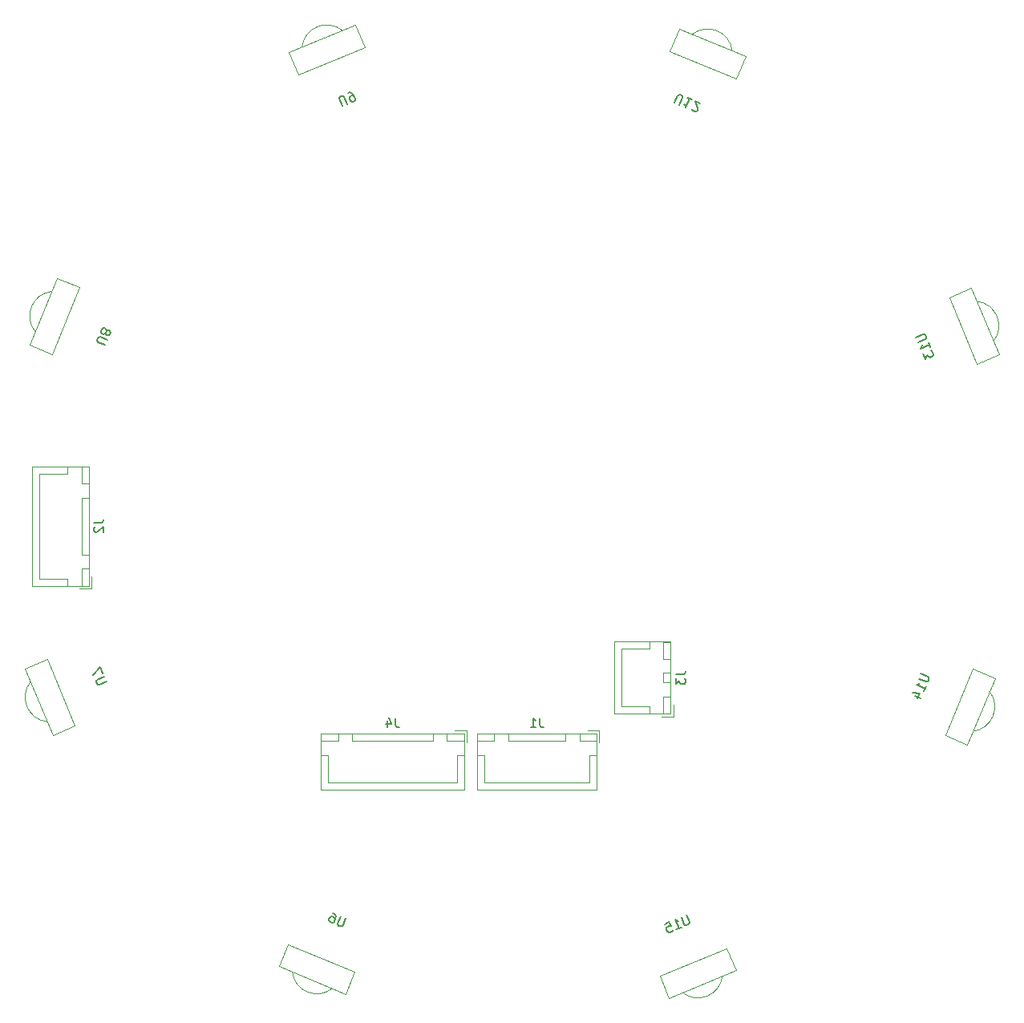
<source format=gbr>
G04 #@! TF.GenerationSoftware,KiCad,Pcbnew,(6.0.5)*
G04 #@! TF.CreationDate,2022-07-03T20:58:49+09:00*
G04 #@! TF.ProjectId,main board,6d61696e-2062-46f6-9172-642e6b696361,rev?*
G04 #@! TF.SameCoordinates,Original*
G04 #@! TF.FileFunction,Legend,Bot*
G04 #@! TF.FilePolarity,Positive*
%FSLAX46Y46*%
G04 Gerber Fmt 4.6, Leading zero omitted, Abs format (unit mm)*
G04 Created by KiCad (PCBNEW (6.0.5)) date 2022-07-03 20:58:49*
%MOMM*%
%LPD*%
G01*
G04 APERTURE LIST*
%ADD10C,0.150000*%
%ADD11C,0.120000*%
G04 APERTURE END LIST*
D10*
X143670941Y-98929615D02*
X144418843Y-98619824D01*
X144525055Y-98627372D01*
X144587272Y-98653144D01*
X144667713Y-98722909D01*
X144740605Y-98898886D01*
X144733056Y-99005098D01*
X144707285Y-99067315D01*
X144637520Y-99147755D01*
X143889617Y-99457547D01*
X145196180Y-99998743D02*
X144977504Y-99470811D01*
X145086842Y-99734777D02*
X144162962Y-100117461D01*
X144258499Y-99974803D01*
X144310042Y-99850368D01*
X144317590Y-99744157D01*
X144399862Y-100689386D02*
X144636761Y-101261311D01*
X144861154Y-100807567D01*
X144915823Y-100939550D01*
X144996263Y-101009316D01*
X145058481Y-101035087D01*
X145164692Y-101042635D01*
X145384664Y-100951520D01*
X145454429Y-100871080D01*
X145480200Y-100808862D01*
X145487748Y-100702651D01*
X145378410Y-100438685D01*
X145297970Y-100368920D01*
X145235753Y-100343149D01*
X144189933Y-134461217D02*
X144937835Y-134771008D01*
X145007601Y-134851449D01*
X145033372Y-134913666D01*
X145040920Y-135019877D01*
X144968028Y-135195854D01*
X144887588Y-135265620D01*
X144825371Y-135291391D01*
X144719159Y-135298939D01*
X143971257Y-134989148D01*
X144512453Y-136295711D02*
X144731129Y-135767780D01*
X144621791Y-136031745D02*
X143697911Y-135649062D01*
X143866340Y-135615743D01*
X143990775Y-135564200D01*
X144071215Y-135494435D01*
X143568519Y-136832485D02*
X144184438Y-137087608D01*
X143307680Y-136466730D02*
X144058709Y-136520104D01*
X143821810Y-137092029D01*
X83460734Y-160289598D02*
X83150943Y-161037500D01*
X83070503Y-161107266D01*
X83008286Y-161133037D01*
X82902074Y-161140585D01*
X82726097Y-161067693D01*
X82656331Y-160987253D01*
X82630560Y-160925036D01*
X82623012Y-160818824D01*
X82932803Y-160070922D01*
X82096912Y-159724684D02*
X82272889Y-159797576D01*
X82342655Y-159878017D01*
X82368426Y-159940234D01*
X82401746Y-160108663D01*
X82372848Y-160302863D01*
X82227064Y-160654817D01*
X82146623Y-160724582D01*
X82084406Y-160750354D01*
X81978194Y-160757902D01*
X81802217Y-160685010D01*
X81732452Y-160604569D01*
X81706681Y-160542352D01*
X81699132Y-160436141D01*
X81790248Y-160216169D01*
X81870688Y-160146404D01*
X81932905Y-160120633D01*
X82039117Y-160113084D01*
X82215094Y-160185976D01*
X82284859Y-160266417D01*
X82310630Y-160328634D01*
X82318179Y-160434846D01*
X58072296Y-99742629D02*
X57324394Y-99432838D01*
X57254628Y-99352398D01*
X57228857Y-99290181D01*
X57221309Y-99183969D01*
X57294201Y-99007992D01*
X57374641Y-98938226D01*
X57436858Y-98912455D01*
X57543070Y-98904907D01*
X58290972Y-99214698D01*
X58131923Y-98478766D02*
X58139472Y-98584977D01*
X58165243Y-98647195D01*
X58235008Y-98727635D01*
X58279003Y-98745858D01*
X58385214Y-98738310D01*
X58447431Y-98712538D01*
X58527872Y-98642773D01*
X58600764Y-98466796D01*
X58593216Y-98360584D01*
X58567444Y-98298367D01*
X58497679Y-98217927D01*
X58453685Y-98199704D01*
X58347473Y-98207252D01*
X58285256Y-98233023D01*
X58204815Y-98302789D01*
X58131923Y-98478766D01*
X58051483Y-98548531D01*
X57989266Y-98574302D01*
X57883054Y-98581851D01*
X57707077Y-98508959D01*
X57637312Y-98428518D01*
X57611540Y-98366301D01*
X57603992Y-98260089D01*
X57676884Y-98084112D01*
X57757325Y-98014347D01*
X57819542Y-97988576D01*
X57925753Y-97981027D01*
X58101730Y-98053919D01*
X58171496Y-98134360D01*
X58197267Y-98196577D01*
X58204815Y-98302789D01*
X88725333Y-139141380D02*
X88725333Y-139855666D01*
X88772952Y-139998523D01*
X88868190Y-140093761D01*
X89011047Y-140141380D01*
X89106285Y-140141380D01*
X87820571Y-139474714D02*
X87820571Y-140141380D01*
X88058666Y-139093761D02*
X88296761Y-139808047D01*
X87677714Y-139808047D01*
X119432279Y-159952837D02*
X119742070Y-160700739D01*
X119734522Y-160806951D01*
X119708750Y-160869168D01*
X119638985Y-160949609D01*
X119463008Y-161022501D01*
X119356796Y-161014952D01*
X119294579Y-160989181D01*
X119214139Y-160919416D01*
X118904347Y-160171513D01*
X118363151Y-161478076D02*
X118891083Y-161259400D01*
X118627117Y-161368738D02*
X118244433Y-160444858D01*
X118387091Y-160540395D01*
X118511526Y-160591938D01*
X118617737Y-160599486D01*
X117144577Y-160900434D02*
X117584520Y-160718204D01*
X117810744Y-161139923D01*
X117748527Y-161114152D01*
X117642315Y-161106604D01*
X117422344Y-161197719D01*
X117352578Y-161278159D01*
X117326807Y-161340377D01*
X117319259Y-161446588D01*
X117410374Y-161666560D01*
X117490814Y-161736325D01*
X117553032Y-161762096D01*
X117659243Y-161769644D01*
X117879214Y-161678529D01*
X117948980Y-161598089D01*
X117974751Y-161535872D01*
X118179322Y-74171961D02*
X118489113Y-73424059D01*
X118569554Y-73354293D01*
X118631771Y-73328522D01*
X118737982Y-73320974D01*
X118913959Y-73393866D01*
X118983725Y-73474306D01*
X119009496Y-73536523D01*
X119017044Y-73642735D01*
X118707253Y-74390637D01*
X120013816Y-73849441D02*
X119485885Y-73630765D01*
X119749850Y-73740103D02*
X119367167Y-74663983D01*
X119333848Y-74495554D01*
X119282305Y-74371119D01*
X119212540Y-74290679D01*
X120019533Y-74831116D02*
X120045304Y-74893334D01*
X120115070Y-74973774D01*
X120335041Y-75064889D01*
X120441252Y-75057341D01*
X120503470Y-75031570D01*
X120583910Y-74961804D01*
X120620356Y-74873816D01*
X120631031Y-74723610D01*
X120321776Y-73977002D01*
X120893701Y-74213902D01*
X83087663Y-74508722D02*
X82777872Y-73760819D01*
X82785420Y-73654608D01*
X82811191Y-73592391D01*
X82880957Y-73511950D01*
X83056934Y-73439058D01*
X83163145Y-73446606D01*
X83225363Y-73472378D01*
X83305803Y-73542143D01*
X83615594Y-74290046D01*
X83716848Y-73165713D02*
X83892825Y-73092821D01*
X83999036Y-73100369D01*
X84061254Y-73126140D01*
X84203911Y-73221677D01*
X84320797Y-73379431D01*
X84466582Y-73731385D01*
X84459033Y-73837597D01*
X84433262Y-73899814D01*
X84363497Y-73980254D01*
X84187520Y-74053146D01*
X84081308Y-74045598D01*
X84019091Y-74019827D01*
X83938650Y-73950061D01*
X83847535Y-73730090D01*
X83855084Y-73623879D01*
X83880855Y-73561661D01*
X83950620Y-73481221D01*
X84126597Y-73408329D01*
X84232809Y-73415877D01*
X84295026Y-73441648D01*
X84375467Y-73511414D01*
X103965333Y-139141380D02*
X103965333Y-139855666D01*
X104012952Y-139998523D01*
X104108190Y-140093761D01*
X104251047Y-140141380D01*
X104346285Y-140141380D01*
X102965333Y-140141380D02*
X103536761Y-140141380D01*
X103251047Y-140141380D02*
X103251047Y-139141380D01*
X103346285Y-139284238D01*
X103441523Y-139379476D01*
X103536761Y-139427095D01*
X118318380Y-134560666D02*
X119032666Y-134560666D01*
X119175523Y-134513047D01*
X119270761Y-134417809D01*
X119318380Y-134274952D01*
X119318380Y-134179714D01*
X118318380Y-134941619D02*
X118318380Y-135560666D01*
X118699333Y-135227333D01*
X118699333Y-135370190D01*
X118746952Y-135465428D01*
X118794571Y-135513047D01*
X118889809Y-135560666D01*
X119127904Y-135560666D01*
X119223142Y-135513047D01*
X119270761Y-135465428D01*
X119318380Y-135370190D01*
X119318380Y-135084476D01*
X119270761Y-134989238D01*
X119223142Y-134941619D01*
X58173746Y-135296218D02*
X57425843Y-135606009D01*
X57319632Y-135598461D01*
X57257415Y-135572690D01*
X57176974Y-135502924D01*
X57104082Y-135326947D01*
X57111630Y-135220736D01*
X57137402Y-135158518D01*
X57207167Y-135078078D01*
X57955070Y-134768287D01*
X57809285Y-134416333D02*
X57554163Y-133800413D01*
X56794291Y-134579045D01*
X56867380Y-118538666D02*
X57581666Y-118538666D01*
X57724523Y-118491047D01*
X57819761Y-118395809D01*
X57867380Y-118252952D01*
X57867380Y-118157714D01*
X56962619Y-118967238D02*
X56915000Y-119014857D01*
X56867380Y-119110095D01*
X56867380Y-119348190D01*
X56915000Y-119443428D01*
X56962619Y-119491047D01*
X57057857Y-119538666D01*
X57153095Y-119538666D01*
X57295952Y-119491047D01*
X57867380Y-118919619D01*
X57867380Y-119538666D01*
D11*
X147174571Y-94694555D02*
X150090619Y-101734517D01*
X150090619Y-101734517D02*
X152437273Y-100762501D01*
X152437273Y-100762501D02*
X149521225Y-93722539D01*
X149521225Y-93722539D02*
X147174571Y-94694555D01*
X151854063Y-99354509D02*
G75*
G03*
X150104435Y-95130532I-2048141J1625981D01*
G01*
X149662014Y-133944018D02*
X146745966Y-140983980D01*
X146745966Y-140983980D02*
X149092620Y-141955996D01*
X149092620Y-141955996D02*
X152008668Y-134916034D01*
X152008668Y-134916034D02*
X149662014Y-133944018D01*
X149675830Y-140548003D02*
G75*
G03*
X151425458Y-136324026I-298513J2597996D01*
G01*
X84417877Y-165943909D02*
X77377915Y-163027861D01*
X77377915Y-163027861D02*
X76405899Y-165374515D01*
X76405899Y-165374515D02*
X83445861Y-168290563D01*
X83445861Y-168290563D02*
X84417877Y-165943909D01*
X77813892Y-165957725D02*
G75*
G03*
X82037869Y-167707353I2597996J298513D01*
G01*
X52417986Y-100699772D02*
X55334034Y-93659810D01*
X55334034Y-93659810D02*
X52987380Y-92687794D01*
X52987380Y-92687794D02*
X50071332Y-99727756D01*
X50071332Y-99727756D02*
X52417986Y-100699772D01*
X52404170Y-94095787D02*
G75*
G03*
X50654542Y-98319764I298513J-2597996D01*
G01*
X95942000Y-143039000D02*
X95192000Y-143039000D01*
X92642000Y-141539000D02*
X84142000Y-141539000D01*
X84142000Y-141539000D02*
X84142000Y-140789000D01*
X92642000Y-140789000D02*
X92642000Y-141539000D01*
X95952000Y-140779000D02*
X95952000Y-146749000D01*
X84142000Y-140789000D02*
X92642000Y-140789000D01*
X94142000Y-141539000D02*
X94142000Y-140789000D01*
X80842000Y-140789000D02*
X82642000Y-140789000D01*
X80832000Y-146749000D02*
X80832000Y-140779000D01*
X82642000Y-141539000D02*
X80842000Y-141539000D01*
X95942000Y-140789000D02*
X95942000Y-141539000D01*
X80842000Y-143039000D02*
X81592000Y-143039000D01*
X81592000Y-145989000D02*
X88392000Y-145989000D01*
X94142000Y-140789000D02*
X95942000Y-140789000D01*
X96242000Y-140489000D02*
X96242000Y-141739000D01*
X94992000Y-140489000D02*
X96242000Y-140489000D01*
X82642000Y-140789000D02*
X82642000Y-141539000D01*
X80842000Y-141539000D02*
X80842000Y-140789000D01*
X95192000Y-143039000D02*
X95192000Y-145989000D01*
X80832000Y-140779000D02*
X95952000Y-140779000D01*
X95192000Y-145989000D02*
X88392000Y-145989000D01*
X81592000Y-143039000D02*
X81592000Y-145989000D01*
X95942000Y-141539000D02*
X94142000Y-141539000D01*
X95952000Y-146749000D02*
X80832000Y-146749000D01*
X123667340Y-163456467D02*
X116627378Y-166372515D01*
X116627378Y-166372515D02*
X117599394Y-168719169D01*
X117599394Y-168719169D02*
X124639356Y-165803121D01*
X124639356Y-165803121D02*
X123667340Y-163456467D01*
X119007386Y-168135959D02*
G75*
G03*
X123231363Y-166386331I1625981J2048141D01*
G01*
X117662123Y-68699881D02*
X124702085Y-71615929D01*
X124702085Y-71615929D02*
X125674101Y-69269275D01*
X125674101Y-69269275D02*
X118634139Y-66353227D01*
X118634139Y-66353227D02*
X117662123Y-68699881D01*
X124266108Y-68686065D02*
G75*
G03*
X120042131Y-66936437I-2597996J-298513D01*
G01*
X78412660Y-71187323D02*
X85452622Y-68271275D01*
X85452622Y-68271275D02*
X84480606Y-65924621D01*
X84480606Y-65924621D02*
X77440644Y-68840669D01*
X77440644Y-68840669D02*
X78412660Y-71187323D01*
X83072614Y-66507831D02*
G75*
G03*
X78848637Y-68257459I-1625981J-2048141D01*
G01*
X109182000Y-143039000D02*
X109182000Y-145989000D01*
X98082000Y-145989000D02*
X103632000Y-145989000D01*
X108132000Y-141539000D02*
X108132000Y-140789000D01*
X100632000Y-140789000D02*
X106632000Y-140789000D01*
X97332000Y-141539000D02*
X97332000Y-140789000D01*
X98082000Y-143039000D02*
X98082000Y-145989000D01*
X108132000Y-140789000D02*
X109932000Y-140789000D01*
X108982000Y-140489000D02*
X110232000Y-140489000D01*
X109182000Y-145989000D02*
X103632000Y-145989000D01*
X97332000Y-140789000D02*
X99132000Y-140789000D01*
X106632000Y-140789000D02*
X106632000Y-141539000D01*
X109932000Y-141539000D02*
X108132000Y-141539000D01*
X97332000Y-143039000D02*
X98082000Y-143039000D01*
X99132000Y-140789000D02*
X99132000Y-141539000D01*
X99132000Y-141539000D02*
X97332000Y-141539000D01*
X109932000Y-143039000D02*
X109182000Y-143039000D01*
X109942000Y-146749000D02*
X97322000Y-146749000D01*
X110232000Y-140489000D02*
X110232000Y-141739000D01*
X97322000Y-146749000D02*
X97322000Y-140779000D01*
X109942000Y-140779000D02*
X109942000Y-146749000D01*
X97322000Y-140779000D02*
X109942000Y-140779000D01*
X100632000Y-141539000D02*
X100632000Y-140789000D01*
X109932000Y-140789000D02*
X109932000Y-141539000D01*
X106632000Y-141539000D02*
X100632000Y-141539000D01*
X117016000Y-131094000D02*
X117766000Y-131094000D01*
X117766000Y-131094000D02*
X117766000Y-132894000D01*
X117776000Y-131084000D02*
X117776000Y-138704000D01*
X111806000Y-131084000D02*
X117776000Y-131084000D01*
X118066000Y-137744000D02*
X118066000Y-138994000D01*
X117016000Y-132894000D02*
X117016000Y-131094000D01*
X115516000Y-138694000D02*
X115516000Y-137944000D01*
X117016000Y-135394000D02*
X117016000Y-134394000D01*
X117776000Y-138704000D02*
X111806000Y-138704000D01*
X117766000Y-138694000D02*
X117016000Y-138694000D01*
X117016000Y-138694000D02*
X117016000Y-136894000D01*
X117766000Y-136894000D02*
X117766000Y-138694000D01*
X115516000Y-131094000D02*
X115516000Y-131844000D01*
X117766000Y-134394000D02*
X117766000Y-135394000D01*
X117016000Y-134394000D02*
X117766000Y-134394000D01*
X117766000Y-135394000D02*
X117016000Y-135394000D01*
X117016000Y-136894000D02*
X117766000Y-136894000D01*
X115516000Y-131844000D02*
X112566000Y-131844000D01*
X115516000Y-137944000D02*
X112566000Y-137944000D01*
X117766000Y-132894000D02*
X117016000Y-132894000D01*
X112566000Y-131844000D02*
X112566000Y-134894000D01*
X118066000Y-138994000D02*
X116816000Y-138994000D01*
X112566000Y-137944000D02*
X112566000Y-134894000D01*
X111806000Y-138704000D02*
X111806000Y-131084000D01*
X54852347Y-139971222D02*
X51936299Y-132931260D01*
X51936299Y-132931260D02*
X49589645Y-133903276D01*
X49589645Y-133903276D02*
X52505693Y-140943238D01*
X52505693Y-140943238D02*
X54852347Y-139971222D01*
X50172855Y-135311268D02*
G75*
G03*
X51922483Y-139535245I2048141J-1625981D01*
G01*
X56325000Y-112562000D02*
X56325000Y-125182000D01*
X54065000Y-124422000D02*
X51115000Y-124422000D01*
X56315000Y-123372000D02*
X56315000Y-125172000D01*
X54065000Y-112572000D02*
X54065000Y-113322000D01*
X56315000Y-115872000D02*
X56315000Y-121872000D01*
X50355000Y-112562000D02*
X56325000Y-112562000D01*
X56325000Y-125182000D02*
X50355000Y-125182000D01*
X55565000Y-115872000D02*
X56315000Y-115872000D01*
X55565000Y-112572000D02*
X56315000Y-112572000D01*
X56315000Y-114372000D02*
X55565000Y-114372000D01*
X55565000Y-121872000D02*
X55565000Y-115872000D01*
X50355000Y-125182000D02*
X50355000Y-112562000D01*
X51115000Y-113322000D02*
X51115000Y-118872000D01*
X55565000Y-114372000D02*
X55565000Y-112572000D01*
X51115000Y-124422000D02*
X51115000Y-118872000D01*
X56315000Y-125172000D02*
X55565000Y-125172000D01*
X55565000Y-123372000D02*
X56315000Y-123372000D01*
X56615000Y-125472000D02*
X55365000Y-125472000D01*
X55565000Y-125172000D02*
X55565000Y-123372000D01*
X56315000Y-121872000D02*
X55565000Y-121872000D01*
X54065000Y-125172000D02*
X54065000Y-124422000D01*
X54065000Y-113322000D02*
X51115000Y-113322000D01*
X56315000Y-112572000D02*
X56315000Y-114372000D01*
X56615000Y-124222000D02*
X56615000Y-125472000D01*
M02*

</source>
